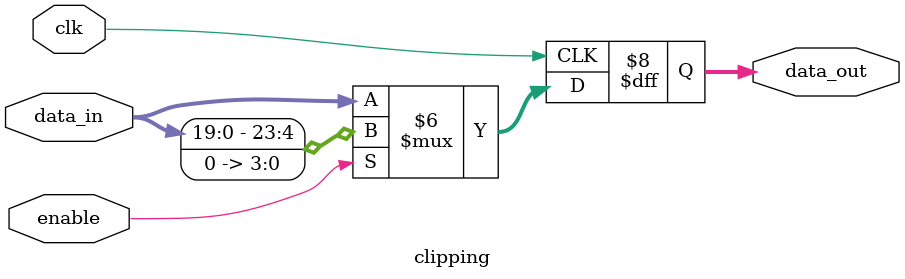
<source format=v>
module clipping
	#(parameter RESOLUTION = 24,
	SHIFT = 4)
	(
	input clk, enable,
	input [RESOLUTION - 1:0]data_in,
	output reg[RESOLUTION - 1:0]data_out

);

	always @(posedge clk)
		begin
			if (!enable)
				data_out <= data_in;
			else begin
				data_out[RESOLUTION - SHIFT - 1] <= |data_in[RESOLUTION-1:RESOLUTION - SHIFT - 1];
				data_out <= data_in << SHIFT;
			end
		end
endmodule

</source>
